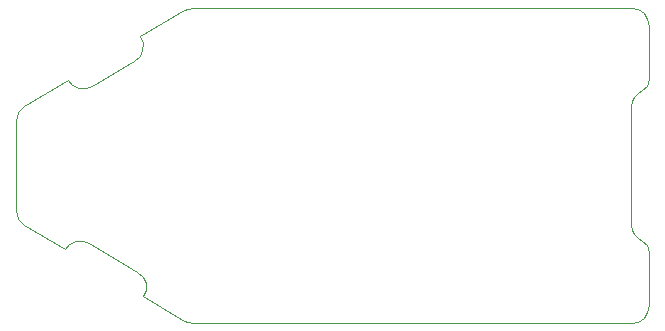
<source format=gm1>
%TF.GenerationSoftware,KiCad,Pcbnew,7.0.1-0*%
%TF.CreationDate,2023-10-13T23:04:16+03:00*%
%TF.ProjectId,trezor_v1.1,7472657a-6f72-45f7-9631-2e312e6b6963,rev?*%
%TF.SameCoordinates,Original*%
%TF.FileFunction,Profile,NP*%
%FSLAX46Y46*%
G04 Gerber Fmt 4.6, Leading zero omitted, Abs format (unit mm)*
G04 Created by KiCad (PCBNEW 7.0.1-0) date 2023-10-13 23:04:16*
%MOMM*%
%LPD*%
G01*
G04 APERTURE LIST*
%TA.AperFunction,Profile*%
%ADD10C,0.025400*%
%TD*%
G04 APERTURE END LIST*
D10*
X130860800Y-114960400D02*
X130606800Y-114427000D01*
X171983400Y-118338600D02*
X172567600Y-118237000D01*
X171983400Y-110007400D02*
X172034200Y-110439200D01*
X173304200Y-111734600D02*
X172872400Y-111379000D01*
X173355000Y-92583000D02*
X173050200Y-92100400D01*
X134467600Y-91719400D02*
X134086600Y-91871800D01*
X172872400Y-98628200D02*
X173304200Y-98272600D01*
X172872400Y-98628200D02*
X172516800Y-98856800D01*
X120599200Y-99974400D02*
X120065800Y-100507800D01*
X173482000Y-93167200D02*
X173355000Y-92583000D01*
X130683000Y-116078000D02*
X130886200Y-115544600D01*
X130632200Y-94640400D02*
X130429000Y-94081600D01*
X120599200Y-110032800D02*
X124028200Y-112090200D01*
X134086600Y-118135400D02*
X134467600Y-118287800D01*
X130886200Y-115544600D02*
X130860800Y-114960400D01*
X126085600Y-111582200D02*
X130175000Y-114020600D01*
X171983400Y-91668600D02*
X134874000Y-91668600D01*
X172542200Y-91770200D02*
X171983400Y-91668600D01*
X119888000Y-101269800D02*
X119888000Y-108762800D01*
X130683000Y-116078000D02*
X134086600Y-118135400D01*
X171983400Y-110007400D02*
X171983400Y-99999800D01*
X125780800Y-98475800D02*
X126339600Y-98272600D01*
X173355000Y-117424200D02*
X173482000Y-116840000D01*
X173050200Y-92100400D02*
X172542200Y-91770200D01*
X172212000Y-99187000D02*
X172034200Y-99568000D01*
X126085600Y-111582200D02*
X125526800Y-111379000D01*
X172034200Y-110439200D02*
X172212000Y-110820200D01*
X134874000Y-91668600D02*
X134467600Y-91719400D01*
X173482000Y-97713800D02*
X173482000Y-93167200D01*
X129921000Y-96139000D02*
X126339600Y-98272600D01*
X134086600Y-91871800D02*
X130429000Y-94081600D01*
X120065800Y-109499400D02*
X120599200Y-110032800D01*
X172516800Y-111150400D02*
X172872400Y-111379000D01*
X172212000Y-110820200D02*
X172516800Y-111150400D01*
X124282200Y-97764600D02*
X120599200Y-99974400D01*
X134874000Y-118338600D02*
X171983400Y-118338600D01*
X125196600Y-98450400D02*
X125780800Y-98475800D01*
X173304200Y-98272600D02*
X173482000Y-97713800D01*
X173482000Y-116840000D02*
X173482000Y-112293400D01*
X124663200Y-98196400D02*
X125196600Y-98450400D01*
X172567600Y-118237000D02*
X173050200Y-117906800D01*
X173482000Y-112293400D02*
X173304200Y-111734600D01*
X124942600Y-111404400D02*
X124409200Y-111658400D01*
X173050200Y-117906800D02*
X173355000Y-117424200D01*
X125526800Y-111379000D02*
X124942600Y-111404400D01*
X124282200Y-97764600D02*
X124663200Y-98196400D01*
X124409200Y-111658400D02*
X124028200Y-112090200D01*
X130581400Y-95224600D02*
X130632200Y-94640400D01*
X129921000Y-96139000D02*
X130352800Y-95758000D01*
X119888000Y-108762800D02*
X120065800Y-109499400D01*
X172034200Y-99568000D02*
X171983400Y-99999800D01*
X120065800Y-100507800D02*
X119888000Y-101269800D01*
X172516800Y-98856800D02*
X172212000Y-99187000D01*
X134467600Y-118287800D02*
X134874000Y-118338600D01*
X130606800Y-114427000D02*
X130175000Y-114020600D01*
X130352800Y-95758000D02*
X130581400Y-95224600D01*
M02*

</source>
